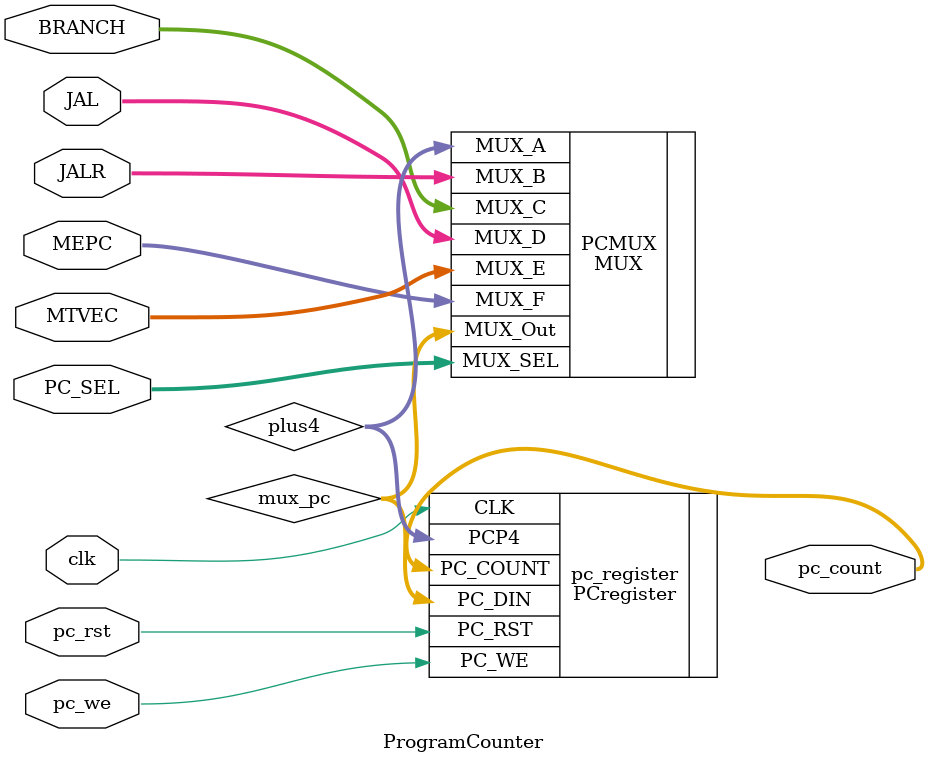
<source format=sv>
`timescale 1ns / 1ps

module ProgramCounter(
    input pc_rst,
    input pc_we,
    input clk,
    input [31:0] JALR,
    input [31:0] BRANCH,
    input [31:0] JAL,
    input [31:0] MTVEC,
    input [31:0] MEPC,
    input [2:0] PC_SEL,
    output [31:0] pc_count
    );
    
    logic [31:0] plus4, mux_pc;
    
    MUX PCMUX (.MUX_A(plus4), .MUX_B(JALR), .MUX_C(BRANCH), .MUX_D(JAL), .MUX_E(MTVEC), .MUX_F(MEPC), .MUX_SEL(PC_SEL), .MUX_Out(mux_pc));
    PCregister pc_register (.PC_RST(pc_rst), .PC_WE(pc_we), .PC_DIN(mux_pc), .CLK(clk), .PC_COUNT(pc_count), .PCP4(plus4));
       
endmodule

</source>
